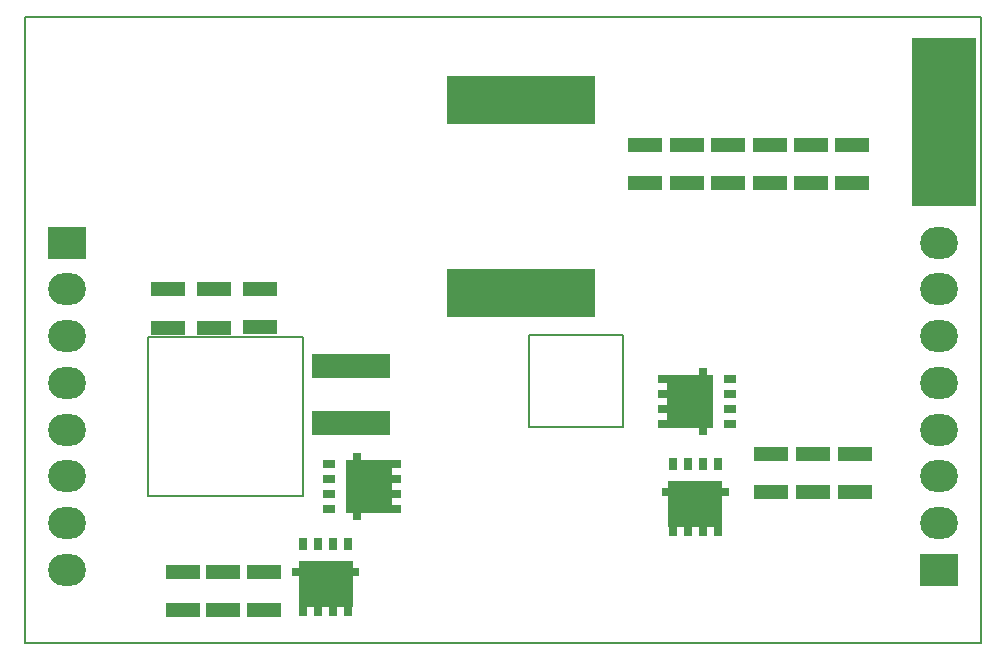
<source format=gts>
%FSLAX25Y25*%
%MOIN*%
G70*
G01*
G75*
G04 Layer_Color=8388736*
%ADD10R,0.14410X0.09843*%
%ADD11R,0.14410X0.07874*%
%ADD12R,0.01969X0.06299*%
%ADD13R,0.03543X0.02126*%
%ADD14R,0.48504X0.15354*%
%ADD15R,0.09843X0.14410*%
%ADD16R,0.07874X0.14410*%
%ADD17R,0.06299X0.01969*%
%ADD18R,0.02126X0.03543*%
%ADD19R,0.10630X0.03937*%
%ADD20R,0.25590X0.07559*%
%ADD21C,0.00800*%
%ADD22R,0.49400X0.08100*%
%ADD23R,0.04800X0.94500*%
%ADD24R,0.18800X0.03900*%
%ADD25R,0.17900X0.04600*%
%ADD26R,0.19200X0.04500*%
%ADD27R,0.85300X0.11600*%
%ADD28R,0.04315X0.07664*%
%ADD29R,0.44671X0.11272*%
%ADD30R,0.44400X0.11000*%
%ADD31R,0.06900X0.15000*%
%ADD32R,0.06300X0.16900*%
%ADD33C,0.00500*%
%ADD34O,0.11811X0.09843*%
%ADD35R,0.11811X0.09843*%
%ADD36C,0.02000*%
%ADD37C,0.05000*%
%ADD38C,0.04000*%
%ADD39C,0.03000*%
%ADD40R,0.07087X0.13386*%
%ADD41O,0.01181X0.02756*%
%ADD42O,0.02756X0.01181*%
%ADD43R,0.02756X0.03347*%
%ADD44R,0.05118X0.03937*%
%ADD45R,0.03347X0.02756*%
%ADD46R,0.04800X0.92500*%
%ADD47R,0.02200X0.25827*%
%ADD48R,0.02300X0.29000*%
%ADD49C,0.01000*%
%ADD50R,0.21413X0.56000*%
%ADD51R,0.15210X0.10642*%
%ADD52R,0.15210X0.08674*%
%ADD53R,0.02769X0.07099*%
%ADD54R,0.04343X0.02926*%
%ADD55R,0.49304X0.16154*%
%ADD56R,0.10642X0.15210*%
%ADD57R,0.08674X0.15210*%
%ADD58R,0.07099X0.02769*%
%ADD59R,0.02926X0.04343*%
%ADD60R,0.11430X0.04737*%
%ADD61R,0.26391X0.08359*%
%ADD62O,0.12611X0.10642*%
%ADD63R,0.12611X0.10642*%
D33*
X0Y51200D02*
X318898D01*
Y-157480D02*
Y51200D01*
X0Y-157480D02*
X318898D01*
X0D02*
Y51200D01*
X41100Y-55700D02*
X92600D01*
X41100Y-108600D02*
Y-55700D01*
Y-108600D02*
X92600D01*
Y-55700D01*
X168000Y-85500D02*
X199300D01*
X168000Y-55000D02*
X199300D01*
Y-85500D02*
Y-55000D01*
X168000Y-85500D02*
Y-55000D01*
D50*
X306407Y16100D02*
D03*
D51*
X221898Y-73535D02*
D03*
X114728Y-109059D02*
D03*
D52*
X221898Y-81777D02*
D03*
X114728Y-100817D02*
D03*
D53*
X225934Y-69282D02*
D03*
Y-85030D02*
D03*
X110692Y-113312D02*
D03*
Y-97564D02*
D03*
D54*
X235186Y-79656D02*
D03*
X213148D02*
D03*
X235186Y-69656D02*
D03*
Y-74656D02*
D03*
X213148Y-69656D02*
D03*
X235186Y-84656D02*
D03*
X213148D02*
D03*
Y-74656D02*
D03*
X101440Y-102938D02*
D03*
X123478D02*
D03*
X101440Y-112938D02*
D03*
Y-107938D02*
D03*
X123478Y-112938D02*
D03*
X101440Y-97938D02*
D03*
X123478D02*
D03*
Y-107938D02*
D03*
D55*
X165500Y-41006D02*
D03*
Y23206D02*
D03*
D56*
X219867Y-111221D02*
D03*
X96767Y-138028D02*
D03*
D57*
X228109Y-111221D02*
D03*
X105009Y-138028D02*
D03*
D58*
X215614Y-107186D02*
D03*
X231362D02*
D03*
X92514Y-133992D02*
D03*
X108262D02*
D03*
D59*
X225988Y-97934D02*
D03*
Y-119972D02*
D03*
X215988Y-97934D02*
D03*
X220988D02*
D03*
X215988Y-119972D02*
D03*
X230988Y-97934D02*
D03*
Y-119972D02*
D03*
X220988D02*
D03*
X102888Y-124740D02*
D03*
Y-146778D02*
D03*
X92888Y-124740D02*
D03*
X97888D02*
D03*
X92888Y-146778D02*
D03*
X107888Y-124740D02*
D03*
Y-146778D02*
D03*
X97888D02*
D03*
D60*
X248726Y-94498D02*
D03*
Y-107294D02*
D03*
X262726Y-94498D02*
D03*
Y-107294D02*
D03*
X276726Y-94498D02*
D03*
Y-107294D02*
D03*
X47600Y-52495D02*
D03*
Y-39700D02*
D03*
X78500Y-52395D02*
D03*
Y-39600D02*
D03*
X63100Y-52495D02*
D03*
Y-39700D02*
D03*
X52626Y-133805D02*
D03*
Y-146600D02*
D03*
X66226Y-133805D02*
D03*
Y-146600D02*
D03*
X79826Y-133805D02*
D03*
Y-146600D02*
D03*
X248300Y-4395D02*
D03*
Y8400D02*
D03*
X262100Y-4395D02*
D03*
Y8400D02*
D03*
X275900Y-4395D02*
D03*
Y8400D02*
D03*
X206900Y-4395D02*
D03*
Y8400D02*
D03*
X220700Y-4395D02*
D03*
Y8400D02*
D03*
X234500Y-4395D02*
D03*
Y8400D02*
D03*
D61*
X108800Y-65224D02*
D03*
Y-84200D02*
D03*
D62*
X14173Y-39764D02*
D03*
Y-55354D02*
D03*
Y-86536D02*
D03*
Y-70945D02*
D03*
Y-133307D02*
D03*
Y-117717D02*
D03*
Y-102126D02*
D03*
X304724Y-55354D02*
D03*
Y-39764D02*
D03*
Y-24173D02*
D03*
Y-86535D02*
D03*
Y-70945D02*
D03*
Y-102126D02*
D03*
Y-117717D02*
D03*
D63*
X14173Y-24173D02*
D03*
X304724Y-133307D02*
D03*
M02*

</source>
